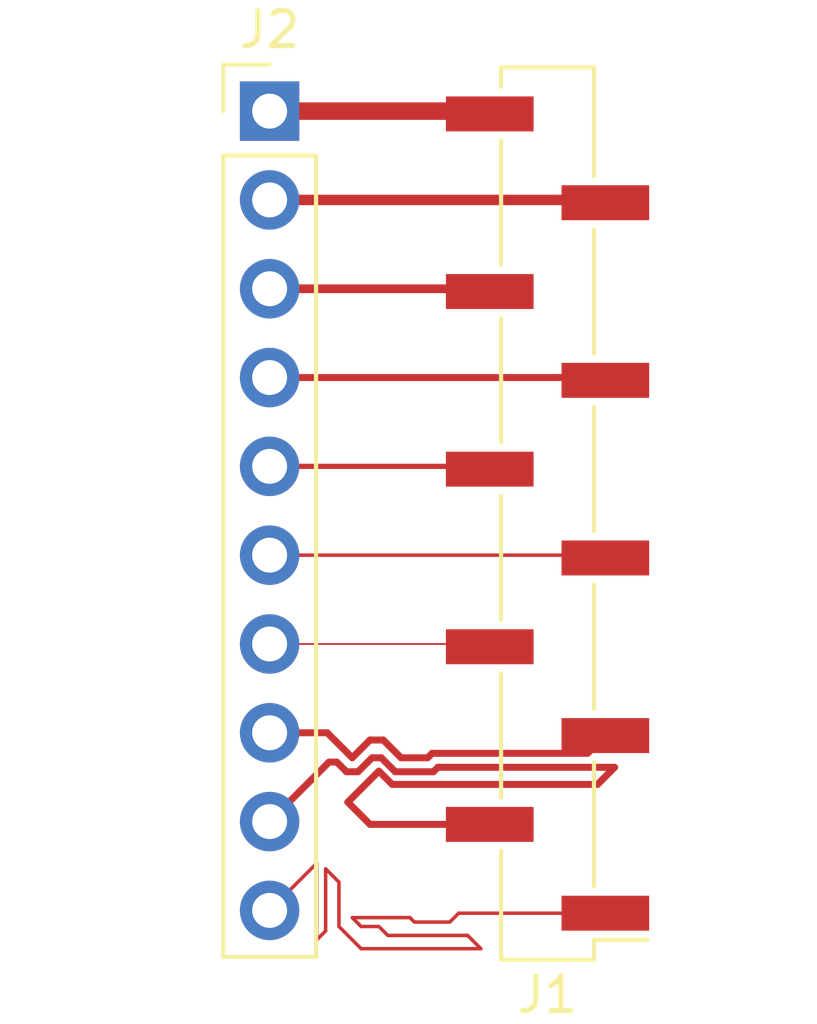
<source format=kicad_pcb>
(kicad_pcb (version 20171130) (host pcbnew 5.1.12-84ad8e8a86~92~ubuntu18.04.1)

  (general
    (thickness 1.6)
    (drawings 0)
    (tracks 57)
    (zones 0)
    (modules 2)
    (nets 11)
  )

  (page A4)
  (layers
    (0 F.Cu signal)
    (31 B.Cu signal)
    (32 B.Adhes user)
    (33 F.Adhes user)
    (34 B.Paste user)
    (35 F.Paste user)
    (36 B.SilkS user)
    (37 F.SilkS user)
    (38 B.Mask user)
    (39 F.Mask user)
    (40 Dwgs.User user)
    (41 Cmts.User user)
    (42 Eco1.User user)
    (43 Eco2.User user)
    (44 Edge.Cuts user)
    (45 Margin user)
    (46 B.CrtYd user)
    (47 F.CrtYd user)
    (48 B.Fab user)
    (49 F.Fab user)
  )

  (setup
    (last_trace_width 0.1)
    (user_trace_width 0.05)
    (user_trace_width 0.1)
    (user_trace_width 0.15)
    (user_trace_width 0.2)
    (user_trace_width 0.25)
    (user_trace_width 0.3)
    (user_trace_width 0.5)
    (trace_clearance 0.2)
    (zone_clearance 0.508)
    (zone_45_only no)
    (trace_min 0.05)
    (via_size 0.8)
    (via_drill 0.4)
    (via_min_size 0.4)
    (via_min_drill 0.3)
    (uvia_size 0.3)
    (uvia_drill 0.1)
    (uvias_allowed no)
    (uvia_min_size 0.2)
    (uvia_min_drill 0.1)
    (edge_width 0.05)
    (segment_width 0.2)
    (pcb_text_width 0.3)
    (pcb_text_size 1.5 1.5)
    (mod_edge_width 0.12)
    (mod_text_size 1 1)
    (mod_text_width 0.15)
    (pad_size 1.524 1.524)
    (pad_drill 0.762)
    (pad_to_mask_clearance 0)
    (aux_axis_origin 0 0)
    (visible_elements FFFFFF7F)
    (pcbplotparams
      (layerselection 0x010fc_ffffffff)
      (usegerberextensions false)
      (usegerberattributes true)
      (usegerberadvancedattributes true)
      (creategerberjobfile true)
      (excludeedgelayer true)
      (linewidth 0.100000)
      (plotframeref false)
      (viasonmask false)
      (mode 1)
      (useauxorigin false)
      (hpglpennumber 1)
      (hpglpenspeed 20)
      (hpglpendiameter 15.000000)
      (psnegative false)
      (psa4output false)
      (plotreference true)
      (plotvalue true)
      (plotinvisibletext false)
      (padsonsilk false)
      (subtractmaskfromsilk false)
      (outputformat 1)
      (mirror false)
      (drillshape 0)
      (scaleselection 1)
      (outputdirectory "/home/bryce/Projects/Balor/examples/pcb/test/"))
  )

  (net 0 "")
  (net 1 "Net-(J1-Pad1)")
  (net 2 "Net-(J1-Pad3)")
  (net 3 "Net-(J1-Pad5)")
  (net 4 "Net-(J1-Pad7)")
  (net 5 "Net-(J1-Pad9)")
  (net 6 "Net-(J1-Pad2)")
  (net 7 "Net-(J1-Pad4)")
  (net 8 "Net-(J1-Pad6)")
  (net 9 "Net-(J1-Pad8)")
  (net 10 "Net-(J1-Pad10)")

  (net_class Default "This is the default net class."
    (clearance 0.2)
    (trace_width 0.25)
    (via_dia 0.8)
    (via_drill 0.4)
    (uvia_dia 0.3)
    (uvia_drill 0.1)
    (add_net "Net-(J1-Pad1)")
    (add_net "Net-(J1-Pad10)")
    (add_net "Net-(J1-Pad2)")
    (add_net "Net-(J1-Pad3)")
    (add_net "Net-(J1-Pad4)")
    (add_net "Net-(J1-Pad5)")
    (add_net "Net-(J1-Pad6)")
    (add_net "Net-(J1-Pad7)")
    (add_net "Net-(J1-Pad8)")
    (add_net "Net-(J1-Pad9)")
  )

  (module Connector_PinHeader_2.54mm:PinHeader_1x10_P2.54mm_Vertical_SMD_Pin1Left (layer F.Cu) (tedit 59FED5CC) (tstamp 61A12F9F)
    (at 13.339 11.303 180)
    (descr "surface-mounted straight pin header, 1x10, 2.54mm pitch, single row, style 1 (pin 1 left)")
    (tags "Surface mounted pin header SMD 1x10 2.54mm single row style1 pin1 left")
    (path /61AF8898)
    (attr smd)
    (fp_text reference J1 (at 0 -13.76) (layer F.SilkS)
      (effects (font (size 1 1) (thickness 0.15)))
    )
    (fp_text value Conn_01x10_Female (at 0 13.76) (layer F.Fab)
      (effects (font (size 1 1) (thickness 0.15)))
    )
    (fp_line (start 3.45 -13.2) (end -3.45 -13.2) (layer F.CrtYd) (width 0.05))
    (fp_line (start 3.45 13.2) (end 3.45 -13.2) (layer F.CrtYd) (width 0.05))
    (fp_line (start -3.45 13.2) (end 3.45 13.2) (layer F.CrtYd) (width 0.05))
    (fp_line (start -3.45 -13.2) (end -3.45 13.2) (layer F.CrtYd) (width 0.05))
    (fp_line (start -1.33 9.65) (end -1.33 12.76) (layer F.SilkS) (width 0.12))
    (fp_line (start -1.33 4.57) (end -1.33 8.13) (layer F.SilkS) (width 0.12))
    (fp_line (start -1.33 -0.51) (end -1.33 3.05) (layer F.SilkS) (width 0.12))
    (fp_line (start -1.33 -5.59) (end -1.33 -2.03) (layer F.SilkS) (width 0.12))
    (fp_line (start -1.33 -10.67) (end -1.33 -7.11) (layer F.SilkS) (width 0.12))
    (fp_line (start 1.33 7.11) (end 1.33 10.67) (layer F.SilkS) (width 0.12))
    (fp_line (start 1.33 2.03) (end 1.33 5.59) (layer F.SilkS) (width 0.12))
    (fp_line (start 1.33 -3.05) (end 1.33 0.51) (layer F.SilkS) (width 0.12))
    (fp_line (start 1.33 -8.13) (end 1.33 -4.57) (layer F.SilkS) (width 0.12))
    (fp_line (start 1.33 12.19) (end 1.33 12.76) (layer F.SilkS) (width 0.12))
    (fp_line (start -1.33 -12.76) (end -1.33 -12.19) (layer F.SilkS) (width 0.12))
    (fp_line (start -1.33 -12.19) (end -2.85 -12.19) (layer F.SilkS) (width 0.12))
    (fp_line (start 1.33 -12.76) (end 1.33 -9.65) (layer F.SilkS) (width 0.12))
    (fp_line (start -1.33 12.76) (end 1.33 12.76) (layer F.SilkS) (width 0.12))
    (fp_line (start -1.33 -12.76) (end 1.33 -12.76) (layer F.SilkS) (width 0.12))
    (fp_line (start 2.54 11.75) (end 1.27 11.75) (layer F.Fab) (width 0.1))
    (fp_line (start 2.54 11.11) (end 2.54 11.75) (layer F.Fab) (width 0.1))
    (fp_line (start 1.27 11.11) (end 2.54 11.11) (layer F.Fab) (width 0.1))
    (fp_line (start 2.54 6.67) (end 1.27 6.67) (layer F.Fab) (width 0.1))
    (fp_line (start 2.54 6.03) (end 2.54 6.67) (layer F.Fab) (width 0.1))
    (fp_line (start 1.27 6.03) (end 2.54 6.03) (layer F.Fab) (width 0.1))
    (fp_line (start 2.54 1.59) (end 1.27 1.59) (layer F.Fab) (width 0.1))
    (fp_line (start 2.54 0.95) (end 2.54 1.59) (layer F.Fab) (width 0.1))
    (fp_line (start 1.27 0.95) (end 2.54 0.95) (layer F.Fab) (width 0.1))
    (fp_line (start 2.54 -3.49) (end 1.27 -3.49) (layer F.Fab) (width 0.1))
    (fp_line (start 2.54 -4.13) (end 2.54 -3.49) (layer F.Fab) (width 0.1))
    (fp_line (start 1.27 -4.13) (end 2.54 -4.13) (layer F.Fab) (width 0.1))
    (fp_line (start 2.54 -8.57) (end 1.27 -8.57) (layer F.Fab) (width 0.1))
    (fp_line (start 2.54 -9.21) (end 2.54 -8.57) (layer F.Fab) (width 0.1))
    (fp_line (start 1.27 -9.21) (end 2.54 -9.21) (layer F.Fab) (width 0.1))
    (fp_line (start -2.54 9.21) (end -1.27 9.21) (layer F.Fab) (width 0.1))
    (fp_line (start -2.54 8.57) (end -2.54 9.21) (layer F.Fab) (width 0.1))
    (fp_line (start -1.27 8.57) (end -2.54 8.57) (layer F.Fab) (width 0.1))
    (fp_line (start -2.54 4.13) (end -1.27 4.13) (layer F.Fab) (width 0.1))
    (fp_line (start -2.54 3.49) (end -2.54 4.13) (layer F.Fab) (width 0.1))
    (fp_line (start -1.27 3.49) (end -2.54 3.49) (layer F.Fab) (width 0.1))
    (fp_line (start -2.54 -0.95) (end -1.27 -0.95) (layer F.Fab) (width 0.1))
    (fp_line (start -2.54 -1.59) (end -2.54 -0.95) (layer F.Fab) (width 0.1))
    (fp_line (start -1.27 -1.59) (end -2.54 -1.59) (layer F.Fab) (width 0.1))
    (fp_line (start -2.54 -6.03) (end -1.27 -6.03) (layer F.Fab) (width 0.1))
    (fp_line (start -2.54 -6.67) (end -2.54 -6.03) (layer F.Fab) (width 0.1))
    (fp_line (start -1.27 -6.67) (end -2.54 -6.67) (layer F.Fab) (width 0.1))
    (fp_line (start -2.54 -11.11) (end -1.27 -11.11) (layer F.Fab) (width 0.1))
    (fp_line (start -2.54 -11.75) (end -2.54 -11.11) (layer F.Fab) (width 0.1))
    (fp_line (start -1.27 -11.75) (end -2.54 -11.75) (layer F.Fab) (width 0.1))
    (fp_line (start 1.27 -12.7) (end 1.27 12.7) (layer F.Fab) (width 0.1))
    (fp_line (start -1.27 -11.75) (end -0.32 -12.7) (layer F.Fab) (width 0.1))
    (fp_line (start -1.27 12.7) (end -1.27 -11.75) (layer F.Fab) (width 0.1))
    (fp_line (start -0.32 -12.7) (end 1.27 -12.7) (layer F.Fab) (width 0.1))
    (fp_line (start 1.27 12.7) (end -1.27 12.7) (layer F.Fab) (width 0.1))
    (fp_text user %R (at 0 0 90) (layer F.Fab)
      (effects (font (size 1 1) (thickness 0.15)))
    )
    (pad 1 smd rect (at -1.655 -11.43 180) (size 2.51 1) (layers F.Cu F.Paste F.Mask)
      (net 1 "Net-(J1-Pad1)"))
    (pad 3 smd rect (at -1.655 -6.35 180) (size 2.51 1) (layers F.Cu F.Paste F.Mask)
      (net 2 "Net-(J1-Pad3)"))
    (pad 5 smd rect (at -1.655 -1.27 180) (size 2.51 1) (layers F.Cu F.Paste F.Mask)
      (net 3 "Net-(J1-Pad5)"))
    (pad 7 smd rect (at -1.655 3.81 180) (size 2.51 1) (layers F.Cu F.Paste F.Mask)
      (net 4 "Net-(J1-Pad7)"))
    (pad 9 smd rect (at -1.655 8.89 180) (size 2.51 1) (layers F.Cu F.Paste F.Mask)
      (net 5 "Net-(J1-Pad9)"))
    (pad 2 smd rect (at 1.655 -8.89 180) (size 2.51 1) (layers F.Cu F.Paste F.Mask)
      (net 6 "Net-(J1-Pad2)"))
    (pad 4 smd rect (at 1.655 -3.81 180) (size 2.51 1) (layers F.Cu F.Paste F.Mask)
      (net 7 "Net-(J1-Pad4)"))
    (pad 6 smd rect (at 1.655 1.27 180) (size 2.51 1) (layers F.Cu F.Paste F.Mask)
      (net 8 "Net-(J1-Pad6)"))
    (pad 8 smd rect (at 1.655 6.35 180) (size 2.51 1) (layers F.Cu F.Paste F.Mask)
      (net 9 "Net-(J1-Pad8)"))
    (pad 10 smd rect (at 1.655 11.43 180) (size 2.51 1) (layers F.Cu F.Paste F.Mask)
      (net 10 "Net-(J1-Pad10)"))
    (model ${KISYS3DMOD}/Connector_PinHeader_2.54mm.3dshapes/PinHeader_1x10_P2.54mm_Vertical_SMD_Pin1Left.wrl
      (at (xyz 0 0 0))
      (scale (xyz 1 1 1))
      (rotate (xyz 0 0 0))
    )
  )

  (module Connector_PinHeader_2.54mm:PinHeader_1x10_P2.54mm_Vertical (layer F.Cu) (tedit 59FED5CC) (tstamp 61A12FBD)
    (at 5.381001 -0.206999)
    (descr "Through hole straight pin header, 1x10, 2.54mm pitch, single row")
    (tags "Through hole pin header THT 1x10 2.54mm single row")
    (path /61AF73D3)
    (fp_text reference J2 (at 0 -2.33) (layer F.SilkS)
      (effects (font (size 1 1) (thickness 0.15)))
    )
    (fp_text value Conn_01x10_Female (at 0 25.19) (layer F.Fab)
      (effects (font (size 1 1) (thickness 0.15)))
    )
    (fp_line (start 1.8 -1.8) (end -1.8 -1.8) (layer F.CrtYd) (width 0.05))
    (fp_line (start 1.8 24.65) (end 1.8 -1.8) (layer F.CrtYd) (width 0.05))
    (fp_line (start -1.8 24.65) (end 1.8 24.65) (layer F.CrtYd) (width 0.05))
    (fp_line (start -1.8 -1.8) (end -1.8 24.65) (layer F.CrtYd) (width 0.05))
    (fp_line (start -1.33 -1.33) (end 0 -1.33) (layer F.SilkS) (width 0.12))
    (fp_line (start -1.33 0) (end -1.33 -1.33) (layer F.SilkS) (width 0.12))
    (fp_line (start -1.33 1.27) (end 1.33 1.27) (layer F.SilkS) (width 0.12))
    (fp_line (start 1.33 1.27) (end 1.33 24.19) (layer F.SilkS) (width 0.12))
    (fp_line (start -1.33 1.27) (end -1.33 24.19) (layer F.SilkS) (width 0.12))
    (fp_line (start -1.33 24.19) (end 1.33 24.19) (layer F.SilkS) (width 0.12))
    (fp_line (start -1.27 -0.635) (end -0.635 -1.27) (layer F.Fab) (width 0.1))
    (fp_line (start -1.27 24.13) (end -1.27 -0.635) (layer F.Fab) (width 0.1))
    (fp_line (start 1.27 24.13) (end -1.27 24.13) (layer F.Fab) (width 0.1))
    (fp_line (start 1.27 -1.27) (end 1.27 24.13) (layer F.Fab) (width 0.1))
    (fp_line (start -0.635 -1.27) (end 1.27 -1.27) (layer F.Fab) (width 0.1))
    (fp_text user %R (at 0 11.43 90) (layer F.Fab)
      (effects (font (size 1 1) (thickness 0.15)))
    )
    (pad 1 thru_hole rect (at 0 0) (size 1.7 1.7) (drill 1) (layers *.Cu *.Mask)
      (net 10 "Net-(J1-Pad10)"))
    (pad 2 thru_hole oval (at 0 2.54) (size 1.7 1.7) (drill 1) (layers *.Cu *.Mask)
      (net 5 "Net-(J1-Pad9)"))
    (pad 3 thru_hole oval (at 0 5.08) (size 1.7 1.7) (drill 1) (layers *.Cu *.Mask)
      (net 9 "Net-(J1-Pad8)"))
    (pad 4 thru_hole oval (at 0 7.62) (size 1.7 1.7) (drill 1) (layers *.Cu *.Mask)
      (net 4 "Net-(J1-Pad7)"))
    (pad 5 thru_hole oval (at 0 10.16) (size 1.7 1.7) (drill 1) (layers *.Cu *.Mask)
      (net 8 "Net-(J1-Pad6)"))
    (pad 6 thru_hole oval (at 0 12.7) (size 1.7 1.7) (drill 1) (layers *.Cu *.Mask)
      (net 3 "Net-(J1-Pad5)"))
    (pad 7 thru_hole oval (at 0 15.24) (size 1.7 1.7) (drill 1) (layers *.Cu *.Mask)
      (net 7 "Net-(J1-Pad4)"))
    (pad 8 thru_hole oval (at 0 17.78) (size 1.7 1.7) (drill 1) (layers *.Cu *.Mask)
      (net 2 "Net-(J1-Pad3)"))
    (pad 9 thru_hole oval (at 0 20.32) (size 1.7 1.7) (drill 1) (layers *.Cu *.Mask)
      (net 6 "Net-(J1-Pad2)"))
    (pad 10 thru_hole oval (at 0 22.86) (size 1.7 1.7) (drill 1) (layers *.Cu *.Mask)
      (net 1 "Net-(J1-Pad1)"))
    (model ${KISYS3DMOD}/Connector_PinHeader_2.54mm.3dshapes/PinHeader_1x10_P2.54mm_Vertical.wrl
      (at (xyz 0 0 0))
      (scale (xyz 1 1 1))
      (rotate (xyz 0 0 0))
    )
  )

  (segment (start 5.381001 22.653001) (end 6.731 21.303002) (width 0.1) (layer F.Cu) (net 1))
  (segment (start 6.731 21.303002) (end 6.731 23.495) (width 0.1) (layer F.Cu) (net 1))
  (segment (start 6.731 23.495) (end 6.985 23.241) (width 0.1) (layer F.Cu) (net 1))
  (segment (start 6.985 23.241) (end 6.985 21.463) (width 0.1) (layer F.Cu) (net 1))
  (segment (start 6.985 21.463) (end 7.366 21.844) (width 0.1) (layer F.Cu) (net 1))
  (segment (start 7.366 21.844) (end 7.366 23.114) (width 0.1) (layer F.Cu) (net 1))
  (segment (start 7.366 23.114) (end 8.001 23.749) (width 0.1) (layer F.Cu) (net 1))
  (segment (start 8.001 23.749) (end 11.43 23.749) (width 0.1) (layer F.Cu) (net 1))
  (segment (start 11.43 23.749) (end 11.049 23.368) (width 0.1) (layer F.Cu) (net 1))
  (segment (start 11.049 23.368) (end 8.763 23.368) (width 0.1) (layer F.Cu) (net 1))
  (segment (start 8.763 23.368) (end 8.509 23.114) (width 0.1) (layer F.Cu) (net 1))
  (segment (start 8.509 23.114) (end 8.001 23.114) (width 0.1) (layer F.Cu) (net 1))
  (segment (start 8.001 23.114) (end 7.747 22.86) (width 0.1) (layer F.Cu) (net 1))
  (segment (start 7.747 22.86) (end 9.398 22.86) (width 0.1) (layer F.Cu) (net 1))
  (segment (start 9.398 22.86) (end 9.525 22.987) (width 0.1) (layer F.Cu) (net 1))
  (segment (start 9.525 22.987) (end 10.541 22.987) (width 0.1) (layer F.Cu) (net 1))
  (segment (start 10.541 22.987) (end 10.795 22.733) (width 0.1) (layer F.Cu) (net 1))
  (segment (start 10.795 22.733) (end 14.994 22.733) (width 0.1) (layer F.Cu) (net 1))
  (segment (start 14.486 18.161) (end 14.994 17.653) (width 0.2) (layer F.Cu) (net 2))
  (segment (start 10.033 18.161) (end 14.486 18.161) (width 0.2) (layer F.Cu) (net 2))
  (segment (start 9.906 18.288) (end 10.033 18.161) (width 0.2) (layer F.Cu) (net 2))
  (segment (start 7.032001 17.573001) (end 7.747 18.288) (width 0.2) (layer F.Cu) (net 2))
  (segment (start 5.381001 17.573001) (end 7.032001 17.573001) (width 0.2) (layer F.Cu) (net 2))
  (segment (start 7.747 18.288) (end 8.255 17.78) (width 0.2) (layer F.Cu) (net 2))
  (segment (start 8.255 17.78) (end 8.636 17.78) (width 0.2) (layer F.Cu) (net 2))
  (segment (start 8.636 17.78) (end 9.144 18.288) (width 0.2) (layer F.Cu) (net 2))
  (segment (start 9.144 18.288) (end 9.906 18.288) (width 0.2) (layer F.Cu) (net 2))
  (segment (start 14.914001 12.493001) (end 14.994 12.573) (width 0.1) (layer F.Cu) (net 3))
  (segment (start 5.381001 12.493001) (end 14.914001 12.493001) (width 0.1) (layer F.Cu) (net 3))
  (segment (start 14.914001 7.413001) (end 14.994 7.493) (width 0.2) (layer F.Cu) (net 4))
  (segment (start 5.381001 7.413001) (end 14.914001 7.413001) (width 0.2) (layer F.Cu) (net 4))
  (segment (start 14.914001 2.333001) (end 14.994 2.413) (width 0.3) (layer F.Cu) (net 5))
  (segment (start 5.381001 2.333001) (end 14.914001 2.333001) (width 0.3) (layer F.Cu) (net 5))
  (segment (start 5.381001 20.113001) (end 7.083151 18.410851) (width 0.2) (layer F.Cu) (net 6))
  (segment (start 7.58131 18.688008) (end 7.91269 18.688008) (width 0.2) (layer F.Cu) (net 6))
  (segment (start 7.083151 18.410851) (end 7.304153 18.410851) (width 0.2) (layer F.Cu) (net 6))
  (segment (start 7.304153 18.410851) (end 7.58131 18.688008) (width 0.2) (layer F.Cu) (net 6))
  (segment (start 8.978311 18.68801) (end 10.071689 18.68801) (width 0.2) (layer F.Cu) (net 6))
  (segment (start 8.578302 18.288) (end 8.978311 18.68801) (width 0.2) (layer F.Cu) (net 6))
  (segment (start 7.91269 18.688008) (end 8.312698 18.288) (width 0.2) (layer F.Cu) (net 6))
  (segment (start 8.312698 18.288) (end 8.578302 18.288) (width 0.2) (layer F.Cu) (net 6))
  (segment (start 10.071689 18.68801) (end 10.198689 18.56101) (width 0.2) (layer F.Cu) (net 6))
  (segment (start 10.198689 18.56101) (end 15.25901 18.56101) (width 0.2) (layer F.Cu) (net 6))
  (segment (start 15.25901 18.56101) (end 14.77002 19.05) (width 0.2) (layer F.Cu) (net 6))
  (segment (start 14.77002 19.05) (end 8.89 19.05) (width 0.2) (layer F.Cu) (net 6))
  (segment (start 8.89 19.05) (end 8.509 18.669) (width 0.2) (layer F.Cu) (net 6))
  (segment (start 8.509 18.669) (end 7.62 19.558) (width 0.2) (layer F.Cu) (net 6))
  (segment (start 8.255 20.193) (end 11.684 20.193) (width 0.2) (layer F.Cu) (net 6))
  (segment (start 7.62 19.558) (end 8.255 20.193) (width 0.2) (layer F.Cu) (net 6))
  (segment (start 11.604001 15.033001) (end 11.684 15.113) (width 0.05) (layer F.Cu) (net 7))
  (segment (start 5.381001 15.033001) (end 11.604001 15.033001) (width 0.05) (layer F.Cu) (net 7))
  (segment (start 11.604001 9.953001) (end 11.684 10.033) (width 0.15) (layer F.Cu) (net 8))
  (segment (start 5.381001 9.953001) (end 11.604001 9.953001) (width 0.15) (layer F.Cu) (net 8))
  (segment (start 11.604001 4.873001) (end 11.684 4.953) (width 0.25) (layer F.Cu) (net 9))
  (segment (start 5.381001 4.873001) (end 11.604001 4.873001) (width 0.25) (layer F.Cu) (net 9))
  (segment (start 11.604001 -0.206999) (end 11.684 -0.127) (width 0.5) (layer F.Cu) (net 10))
  (segment (start 5.381001 -0.206999) (end 11.604001 -0.206999) (width 0.5) (layer F.Cu) (net 10))

)

</source>
